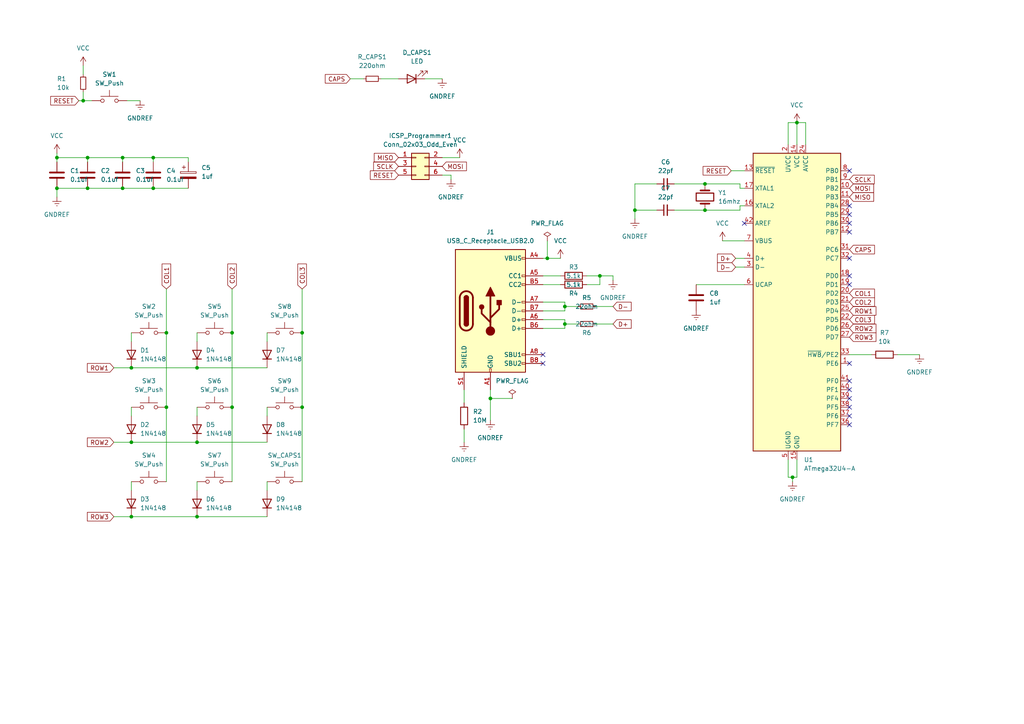
<source format=kicad_sch>
(kicad_sch (version 20211123) (generator eeschema)
  (paper "A4")
  (lib_symbols
    (symbol "Connector:USB_C_Receptacle_USB2.0" (pin_names (offset 1.016))
      (property "Reference" "J" (at -10.16 19.05 0))
      (property "Value" "USB_C_Receptacle_USB2.0" (at 19.05 19.05 0))
      (symbol "USB_C_Receptacle_USB2.0_0_0"
        (rectangle (start -0.254 -17.78) (end 0.254 -16.764))
        (rectangle (start 10.16 -14.986) (end 9.144 -15.494))
        (rectangle (start 10.16 -12.446) (end 9.144 -12.954))
        (rectangle (start 10.16 -4.826) (end 9.144 -5.334))
        (rectangle (start 10.16 -2.286) (end 9.144 -2.794))
        (rectangle (start 10.16 0.254) (end 9.144 -0.254))
        (rectangle (start 10.16 2.794) (end 9.144 2.286))
        (rectangle (start 10.16 7.874) (end 9.144 7.366))
        (rectangle (start 10.16 10.414) (end 9.144 9.906))
        (rectangle (start 10.16 15.494) (end 9.144 14.986))
      )
      (symbol "USB_C_Receptacle_USB2.0_0_1"
        (rectangle (start -10.16 17.78) (end 10.16 -17.78) (stroke (width 0.254)) (fill (type background)))
        (arc (start -8.89 -3.81) (mid -6.985 -5.715) (end -5.08 -3.81) (stroke (width 0.508)))
        (arc (start -7.62 -3.81) (mid -6.985 -4.445) (end -6.35 -3.81) (stroke (width 0.254)))
        (arc (start -7.62 -3.81) (mid -6.985 -4.445) (end -6.35 -3.81) (stroke (width 0.254)) (fill (type outline)))
        (rectangle (start -7.62 -3.81) (end -6.35 3.81) (stroke (width 0.254)) (fill (type outline)))
        (arc (start -6.35 3.81) (mid -6.985 4.445) (end -7.62 3.81) (stroke (width 0.254)))
        (arc (start -6.35 3.81) (mid -6.985 4.445) (end -7.62 3.81) (stroke (width 0.254)) (fill (type outline)))
        (arc (start -5.08 3.81) (mid -6.985 5.715) (end -8.89 3.81) (stroke (width 0.508)))
        (circle (center -2.54 1.143) (radius 0.635) (stroke (width 0.254)) (fill (type outline)))
        (circle (center 0 -5.842) (radius 1.27) (fill (type outline)))
        (polyline (pts (xy -8.89 -3.81) (xy -8.89 3.81)) (stroke (width 0.508)))
        (polyline (pts (xy -5.08 3.81) (xy -5.08 -3.81)) (stroke (width 0.508)))
        (polyline (pts (xy 0 -5.842) (xy 0 4.318)) (stroke (width 0.508)))
        (polyline (pts (xy 0 -3.302) (xy -2.54 -0.762) (xy -2.54 0.508)) (stroke (width 0.508)))
        (polyline (pts (xy 0 -2.032) (xy 2.54 0.508) (xy 2.54 1.778)) (stroke (width 0.508)))
        (polyline (pts (xy -1.27 4.318) (xy 0 6.858) (xy 1.27 4.318) (xy -1.27 4.318)) (stroke (width 0.254)) (fill (type outline)))
        (rectangle (start 1.905 1.778) (end 3.175 3.048) (stroke (width 0.254)) (fill (type outline)))
      )
      (symbol "USB_C_Receptacle_USB2.0_1_1"
        (pin passive line (at 0 -22.86 90) (length 5.08) (name "GND") (number "A1"))
        (pin passive line (at 0 -22.86 90) (length 5.08) hide (name "GND") (number "A12"))
        (pin passive line (at 15.24 15.24 180) (length 5.08) (name "VBUS") (number "A4"))
        (pin bidirectional line (at 15.24 10.16 180) (length 5.08) (name "CC1") (number "A5"))
        (pin bidirectional line (at 15.24 -2.54 180) (length 5.08) (name "D+") (number "A6"))
        (pin bidirectional line (at 15.24 2.54 180) (length 5.08) (name "D-") (number "A7"))
        (pin bidirectional line (at 15.24 -12.7 180) (length 5.08) (name "SBU1") (number "A8"))
        (pin passive line (at 15.24 15.24 180) (length 5.08) hide (name "VBUS") (number "A9"))
        (pin passive line (at 0 -22.86 90) (length 5.08) hide (name "GND") (number "B1"))
        (pin passive line (at 0 -22.86 90) (length 5.08) hide (name "GND") (number "B12"))
        (pin passive line (at 15.24 15.24 180) (length 5.08) hide (name "VBUS") (number "B4"))
        (pin bidirectional line (at 15.24 7.62 180) (length 5.08) (name "CC2") (number "B5"))
        (pin bidirectional line (at 15.24 -5.08 180) (length 5.08) (name "D+") (number "B6"))
        (pin bidirectional line (at 15.24 0 180) (length 5.08) (name "D-") (number "B7"))
        (pin bidirectional line (at 15.24 -15.24 180) (length 5.08) (name "SBU2") (number "B8"))
        (pin passive line (at 15.24 15.24 180) (length 5.08) hide (name "VBUS") (number "B9"))
        (pin passive line (at -7.62 -22.86 90) (length 5.08) (name "SHIELD") (number "S1"))
      )
    )
    (symbol "Connector_Generic:Conn_02x03_Odd_Even" (pin_names (offset 1.016) hide)
      (property "Reference" "J" (at 1.27 5.08 0))
      (property "Value" "Conn_02x03_Odd_Even" (at 1.27 -5.08 0))
      (symbol "Conn_02x03_Odd_Even_1_1"
        (rectangle (start -1.27 -2.413) (end 0 -2.667) (stroke (width 0.1524)))
        (rectangle (start -1.27 0.127) (end 0 -0.127) (stroke (width 0.1524)))
        (rectangle (start -1.27 2.667) (end 0 2.413) (stroke (width 0.1524)))
        (rectangle (start -1.27 3.81) (end 3.81 -3.81) (stroke (width 0.254)) (fill (type background)))
        (rectangle (start 3.81 -2.413) (end 2.54 -2.667) (stroke (width 0.1524)))
        (rectangle (start 3.81 0.127) (end 2.54 -0.127) (stroke (width 0.1524)))
        (rectangle (start 3.81 2.667) (end 2.54 2.413) (stroke (width 0.1524)))
        (pin passive line (at -5.08 2.54 0) (length 3.81) (name "Pin_1") (number "1"))
        (pin passive line (at 7.62 2.54 180) (length 3.81) (name "Pin_2") (number "2"))
        (pin passive line (at -5.08 0 0) (length 3.81) (name "Pin_3") (number "3"))
        (pin passive line (at 7.62 0 180) (length 3.81) (name "Pin_4") (number "4"))
        (pin passive line (at -5.08 -2.54 0) (length 3.81) (name "Pin_5") (number "5"))
        (pin passive line (at 7.62 -2.54 180) (length 3.81) (name "Pin_6") (number "6"))
      )
    )
    (symbol "Device:C" (pin_numbers hide) (pin_names (offset 0.254))
      (property "Reference" "C" (at 0.635 2.54 0))
      (property "Value" "C" (at 0.635 -2.54 0))
      (symbol "C_0_1"
        (polyline (pts (xy -2.032 -0.762) (xy 2.032 -0.762)) (stroke (width 0.508)))
        (polyline (pts (xy -2.032 0.762) (xy 2.032 0.762)) (stroke (width 0.508)))
      )
      (symbol "C_1_1"
        (pin passive line (at 0 3.81 270) (length 2.794) (name "~") (number "1"))
        (pin passive line (at 0 -3.81 90) (length 2.794) (name "~") (number "2"))
      )
    )
    (symbol "Device:C_Polarized" (pin_numbers hide) (pin_names (offset 0.254))
      (property "Reference" "C" (at 0.635 2.54 0))
      (property "Value" "C_Polarized" (at 0.635 -2.54 0))
      (symbol "C_Polarized_0_1"
        (rectangle (start -2.286 0.508) (end 2.286 1.016))
        (polyline (pts (xy -1.778 2.286) (xy -0.762 2.286)))
        (polyline (pts (xy -1.27 2.794) (xy -1.27 1.778)))
        (rectangle (start 2.286 -0.508) (end -2.286 -1.016) (fill (type outline)))
      )
      (symbol "C_Polarized_1_1"
        (pin passive line (at 0 3.81 270) (length 2.794) (name "~") (number "1"))
        (pin passive line (at 0 -3.81 90) (length 2.794) (name "~") (number "2"))
      )
    )
    (symbol "Device:C_Small" (pin_numbers hide) (pin_names (offset 0.254) hide)
      (property "Reference" "C" (at 0.254 1.778 0))
      (property "Value" "C_Small" (at 0.254 -2.032 0))
      (symbol "C_Small_0_1"
        (polyline (pts (xy -1.524 -0.508) (xy 1.524 -0.508)) (stroke (width 0.3302)))
        (polyline (pts (xy -1.524 0.508) (xy 1.524 0.508)) (stroke (width 0.3048)))
      )
      (symbol "C_Small_1_1"
        (pin passive line (at 0 2.54 270) (length 2.032) (name "~") (number "1"))
        (pin passive line (at 0 -2.54 90) (length 2.032) (name "~") (number "2"))
      )
    )
    (symbol "Device:Crystal" (pin_numbers hide) (pin_names (offset 1.016) hide)
      (property "Reference" "Y" (at 0 3.81 0))
      (property "Value" "Crystal" (at 0 -3.81 0))
      (symbol "Crystal_0_1"
        (rectangle (start -1.143 2.54) (end 1.143 -2.54) (stroke (width 0.3048)))
        (polyline (pts (xy -2.54 0) (xy -1.905 0)))
        (polyline (pts (xy -1.905 -1.27) (xy -1.905 1.27)) (stroke (width 0.508)))
        (polyline (pts (xy 1.905 -1.27) (xy 1.905 1.27)) (stroke (width 0.508)))
        (polyline (pts (xy 2.54 0) (xy 1.905 0)))
      )
      (symbol "Crystal_1_1"
        (pin passive line (at -3.81 0 0) (length 1.27) (name "1") (number "1"))
        (pin passive line (at 3.81 0 180) (length 1.27) (name "2") (number "2"))
      )
    )
    (symbol "Device:LED" (pin_numbers hide) (pin_names (offset 1.016) hide)
      (property "Reference" "D" (at 0 2.54 0))
      (property "Value" "LED" (at 0 -2.54 0))
      (symbol "LED_0_1"
        (polyline (pts (xy -1.27 -1.27) (xy -1.27 1.27)) (stroke (width 0.254)))
        (polyline (pts (xy -1.27 0) (xy 1.27 0)))
        (polyline (pts (xy 1.27 -1.27) (xy 1.27 1.27) (xy -1.27 0) (xy 1.27 -1.27)) (stroke (width 0.254)))
        (polyline (pts (xy -3.048 -0.762) (xy -4.572 -2.286) (xy -3.81 -2.286) (xy -4.572 -2.286) (xy -4.572 -1.524)))
        (polyline (pts (xy -1.778 -0.762) (xy -3.302 -2.286) (xy -2.54 -2.286) (xy -3.302 -2.286) (xy -3.302 -1.524)))
      )
      (symbol "LED_1_1"
        (pin passive line (at -3.81 0 0) (length 2.54) (name "K") (number "1"))
        (pin passive line (at 3.81 0 180) (length 2.54) (name "A") (number "2"))
      )
    )
    (symbol "Device:R" (pin_numbers hide) (pin_names (offset 0))
      (property "Reference" "R" (at 2.032 0 90))
      (property "Value" "R" (at 0 0 90))
      (symbol "R_0_1"
        (rectangle (start -1.016 -2.54) (end 1.016 2.54) (stroke (width 0.254)))
      )
      (symbol "R_1_1"
        (pin passive line (at 0 3.81 270) (length 1.27) (name "~") (number "1"))
        (pin passive line (at 0 -3.81 90) (length 1.27) (name "~") (number "2"))
      )
    )
    (symbol "Device:R_Small" (pin_numbers hide) (pin_names (offset 0.254) hide)
      (property "Reference" "R" (at 0.762 0.508 0))
      (property "Value" "R_Small" (at 0.762 -1.016 0))
      (symbol "R_Small_0_1"
        (rectangle (start -0.762 1.778) (end 0.762 -1.778) (stroke (width 0.2032)))
      )
      (symbol "R_Small_1_1"
        (pin passive line (at 0 2.54 270) (length 0.762) (name "~") (number "1"))
        (pin passive line (at 0 -2.54 90) (length 0.762) (name "~") (number "2"))
      )
    )
    (symbol "Diode:1N4148" (pin_numbers hide) (pin_names (offset 1.016) hide)
      (property "Reference" "D" (at 0 2.54 0))
      (property "Value" "1N4148" (at 0 -2.54 0))
      (symbol "1N4148_0_1"
        (polyline (pts (xy -1.27 1.27) (xy -1.27 -1.27)) (stroke (width 0.254)))
        (polyline (pts (xy 1.27 0) (xy -1.27 0)))
        (polyline (pts (xy 1.27 1.27) (xy 1.27 -1.27) (xy -1.27 0) (xy 1.27 1.27)) (stroke (width 0.254)))
      )
      (symbol "1N4148_1_1"
        (pin passive line (at -3.81 0 0) (length 2.54) (name "K") (number "1"))
        (pin passive line (at 3.81 0 180) (length 2.54) (name "A") (number "2"))
      )
    )
    (symbol "MCU_Microchip_ATmega:ATmega32U4-A"
      (property "Reference" "U" (at -12.7 44.45 0))
      (property "Value" "ATmega32U4-A" (at 2.54 -44.45 0))
      (symbol "ATmega32U4-A_0_1"
        (rectangle (start -12.7 -43.18) (end 12.7 43.18) (stroke (width 0.254)) (fill (type background)))
      )
      (symbol "ATmega32U4-A_1_1"
        (pin bidirectional line (at 15.24 -17.78 180) (length 2.54) (name "PE6") (number "1"))
        (pin bidirectional line (at 15.24 33.02 180) (length 2.54) (name "PB2") (number "10"))
        (pin bidirectional line (at 15.24 30.48 180) (length 2.54) (name "PB3") (number "11"))
        (pin bidirectional line (at 15.24 20.32 180) (length 2.54) (name "PB7") (number "12"))
        (pin input line (at -15.24 38.1 0) (length 2.54) (name "~{RESET}") (number "13"))
        (pin power_in line (at 0 45.72 270) (length 2.54) (name "VCC") (number "14"))
        (pin power_in line (at 0 -45.72 90) (length 2.54) (name "GND") (number "15"))
        (pin output line (at -15.24 27.94 0) (length 2.54) (name "XTAL2") (number "16"))
        (pin input line (at -15.24 33.02 0) (length 2.54) (name "XTAL1") (number "17"))
        (pin bidirectional line (at 15.24 7.62 180) (length 2.54) (name "PD0") (number "18"))
        (pin bidirectional line (at 15.24 5.08 180) (length 2.54) (name "PD1") (number "19"))
        (pin power_in line (at -2.54 45.72 270) (length 2.54) (name "UVCC") (number "2"))
        (pin bidirectional line (at 15.24 2.54 180) (length 2.54) (name "PD2") (number "20"))
        (pin bidirectional line (at 15.24 0 180) (length 2.54) (name "PD3") (number "21"))
        (pin bidirectional line (at 15.24 -5.08 180) (length 2.54) (name "PD5") (number "22"))
        (pin passive line (at 0 -45.72 90) (length 2.54) hide (name "GND") (number "23"))
        (pin power_in line (at 2.54 45.72 270) (length 2.54) (name "AVCC") (number "24"))
        (pin bidirectional line (at 15.24 -2.54 180) (length 2.54) (name "PD4") (number "25"))
        (pin bidirectional line (at 15.24 -7.62 180) (length 2.54) (name "PD6") (number "26"))
        (pin bidirectional line (at 15.24 -10.16 180) (length 2.54) (name "PD7") (number "27"))
        (pin bidirectional line (at 15.24 27.94 180) (length 2.54) (name "PB4") (number "28"))
        (pin bidirectional line (at 15.24 25.4 180) (length 2.54) (name "PB5") (number "29"))
        (pin bidirectional line (at -15.24 10.16 0) (length 2.54) (name "D-") (number "3"))
        (pin bidirectional line (at 15.24 22.86 180) (length 2.54) (name "PB6") (number "30"))
        (pin bidirectional line (at 15.24 15.24 180) (length 2.54) (name "PC6") (number "31"))
        (pin bidirectional line (at 15.24 12.7 180) (length 2.54) (name "PC7") (number "32"))
        (pin bidirectional line (at 15.24 -15.24 180) (length 2.54) (name "~{HWB}/PE2") (number "33"))
        (pin passive line (at 0 45.72 270) (length 2.54) hide (name "VCC") (number "34"))
        (pin passive line (at 0 -45.72 90) (length 2.54) hide (name "GND") (number "35"))
        (pin bidirectional line (at 15.24 -35.56 180) (length 2.54) (name "PF7") (number "36"))
        (pin bidirectional line (at 15.24 -33.02 180) (length 2.54) (name "PF6") (number "37"))
        (pin bidirectional line (at 15.24 -30.48 180) (length 2.54) (name "PF5") (number "38"))
        (pin bidirectional line (at 15.24 -27.94 180) (length 2.54) (name "PF4") (number "39"))
        (pin bidirectional line (at -15.24 12.7 0) (length 2.54) (name "D+") (number "4"))
        (pin bidirectional line (at 15.24 -25.4 180) (length 2.54) (name "PF1") (number "40"))
        (pin bidirectional line (at 15.24 -22.86 180) (length 2.54) (name "PF0") (number "41"))
        (pin passive line (at -15.24 22.86 0) (length 2.54) (name "AREF") (number "42"))
        (pin passive line (at 0 -45.72 90) (length 2.54) hide (name "GND") (number "43"))
        (pin passive line (at 2.54 45.72 270) (length 2.54) hide (name "AVCC") (number "44"))
        (pin passive line (at -2.54 -45.72 90) (length 2.54) (name "UGND") (number "5"))
        (pin passive line (at -15.24 5.08 0) (length 2.54) (name "UCAP") (number "6"))
        (pin input line (at -15.24 17.78 0) (length 2.54) (name "VBUS") (number "7"))
        (pin bidirectional line (at 15.24 38.1 180) (length 2.54) (name "PB0") (number "8"))
        (pin bidirectional line (at 15.24 35.56 180) (length 2.54) (name "PB1") (number "9"))
      )
    )
    (symbol "Switch:SW_Push" (pin_numbers hide) (pin_names (offset 1.016) hide)
      (property "Reference" "SW" (at 1.27 2.54 0))
      (property "Value" "SW_Push" (at 0 -1.524 0))
      (symbol "SW_Push_0_1"
        (circle (center -2.032 0) (radius 0.508))
        (polyline (pts (xy 0 1.27) (xy 0 3.048)))
        (polyline (pts (xy 2.54 1.27) (xy -2.54 1.27)))
        (circle (center 2.032 0) (radius 0.508))
        (pin passive line (at -5.08 0 0) (length 2.54) (name "1") (number "1"))
        (pin passive line (at 5.08 0 180) (length 2.54) (name "2") (number "2"))
      )
    )
    (symbol "power:GNDREF" (power) (pin_names (offset 0))
      (property "Value" "GNDREF" (at 0 -3.81 0))
      (symbol "GNDREF_0_1"
        (polyline (pts (xy -0.635 -1.905) (xy 0.635 -1.905)))
        (polyline (pts (xy -0.127 -2.54) (xy 0.127 -2.54)))
        (polyline (pts (xy 0 -1.27) (xy 0 0)))
        (polyline (pts (xy 1.27 -1.27) (xy -1.27 -1.27)))
      )
      (symbol "GNDREF_1_1"
        (pin power_in line (at 0 0 270) (length 0) hide (name "GNDREF") (number "1"))
      )
    )
    (symbol "power:PWR_FLAG" (power) (pin_numbers hide) (pin_names (offset 0) hide)
      (property "Value" "PWR_FLAG" (at 0 3.81 0))
      (symbol "PWR_FLAG_0_0"
        (pin power_out line (at 0 0 90) (length 0) (name "pwr") (number "1"))
      )
      (symbol "PWR_FLAG_0_1"
        (polyline (pts (xy 0 0) (xy 0 1.27) (xy -1.016 1.905) (xy 0 2.54) (xy 1.016 1.905) (xy 0 1.27)))
      )
    )
    (symbol "power:VCC" (power) (pin_names (offset 0))
      (property "Value" "VCC" (at 0 3.81 0))
      (symbol "VCC_0_1"
        (polyline (pts (xy -0.762 1.27) (xy 0 2.54)))
        (polyline (pts (xy 0 0) (xy 0 2.54)))
        (polyline (pts (xy 0 2.54) (xy 0.762 1.27)))
      )
      (symbol "VCC_1_1"
        (pin power_in line (at 0 0 90) (length 0) hide (name "VCC") (number "1"))
      )
    )
  )
  (junction (at 163.83 93.98))
  (junction (at 87.63 96.52))
  (junction (at 67.31 96.52))
  (junction (at 25.4 45.72))
  (junction (at 204.47 53.34))
  (junction (at 48.26 118.11))
  (junction (at 57.15 128.27))
  (junction (at 44.45 54.61))
  (junction (at 16.51 54.61))
  (junction (at 57.15 106.68))
  (junction (at 184.15 60.96))
  (junction (at 173.99 80.01))
  (junction (at 25.4 54.61))
  (junction (at 87.63 118.11))
  (junction (at 163.83 88.9))
  (junction (at 229.87 138.43))
  (junction (at 142.24 115.57))
  (junction (at 38.1 149.86))
  (junction (at 231.14 35.56))
  (junction (at 57.15 149.86))
  (junction (at 35.56 45.72))
  (junction (at 38.1 128.27))
  (junction (at 44.45 45.72))
  (junction (at 67.31 118.11))
  (junction (at 24.13 29.21))
  (junction (at 204.47 60.96))
  (junction (at 38.1 106.68))
  (junction (at 16.51 45.72))
  (junction (at 158.75 74.93))
  (junction (at 48.26 96.52))
  (junction (at 35.56 54.61))
  (no_connect (at 157.48 102.87))
  (no_connect (at 157.48 105.41))
  (no_connect (at 215.9 64.77))
  (no_connect (at 246.38 82.55))
  (no_connect (at 246.38 80.01))
  (no_connect (at 246.38 74.93))
  (no_connect (at 246.38 59.69))
  (no_connect (at 246.38 120.65))
  (no_connect (at 246.38 123.19))
  (no_connect (at 246.38 118.11))
  (no_connect (at 246.38 110.49))
  (no_connect (at 246.38 113.03))
  (no_connect (at 246.38 115.57))
  (no_connect (at 246.38 62.23))
  (no_connect (at 246.38 64.77))
  (no_connect (at 246.38 67.31))
  (no_connect (at 246.38 105.41))
  (no_connect (at 246.38 49.53))
  (wire (pts (xy 130.81 50.8) (xy 130.81 52.07)))
  (wire (pts (xy 24.13 19.05) (xy 24.13 21.59)))
  (wire (pts (xy 228.6 41.91) (xy 228.6 35.56)))
  (wire (pts (xy 35.56 45.72) (xy 44.45 45.72)))
  (wire (pts (xy 158.75 74.93) (xy 162.56 74.93)))
  (wire (pts (xy 172.72 88.9) (xy 177.8 88.9)))
  (wire (pts (xy 38.1 128.27) (xy 57.15 128.27)))
  (wire (pts (xy 25.4 45.72) (xy 25.4 46.99)))
  (wire (pts (xy 177.8 80.01) (xy 177.8 81.28)))
  (wire (pts (xy 158.75 69.85) (xy 158.75 74.93)))
  (wire (pts (xy 215.9 54.61) (xy 214.63 54.61)))
  (wire (pts (xy 77.47 139.7) (xy 77.47 142.24)))
  (wire (pts (xy 77.47 96.52) (xy 77.47 99.06)))
  (wire (pts (xy 142.24 113.03) (xy 142.24 115.57)))
  (wire (pts (xy 123.19 22.86) (xy 128.27 22.86)))
  (wire (pts (xy 36.83 29.21) (xy 40.64 29.21)))
  (wire (pts (xy 57.15 139.7) (xy 57.15 142.24)))
  (wire (pts (xy 231.14 138.43) (xy 229.87 138.43)))
  (wire (pts (xy 184.15 60.96) (xy 184.15 63.5)))
  (wire (pts (xy 163.83 93.98) (xy 167.64 93.98)))
  (wire (pts (xy 44.45 45.72) (xy 54.61 45.72)))
  (wire (pts (xy 214.63 59.69) (xy 214.63 60.96)))
  (wire (pts (xy 212.09 49.53) (xy 215.9 49.53)))
  (wire (pts (xy 170.18 80.01) (xy 173.99 80.01)))
  (wire (pts (xy 260.35 102.87) (xy 266.7 102.87)))
  (wire (pts (xy 213.36 77.47) (xy 215.9 77.47)))
  (wire (pts (xy 157.48 80.01) (xy 162.56 80.01)))
  (wire (pts (xy 22.86 29.21) (xy 24.13 29.21)))
  (wire (pts (xy 172.72 93.98) (xy 177.8 93.98)))
  (wire (pts (xy 163.83 92.71) (xy 163.83 93.98)))
  (wire (pts (xy 215.9 59.69) (xy 214.63 59.69)))
  (wire (pts (xy 38.1 149.86) (xy 57.15 149.86)))
  (wire (pts (xy 87.63 83.82) (xy 87.63 96.52)))
  (wire (pts (xy 228.6 138.43) (xy 229.87 138.43)))
  (wire (pts (xy 184.15 60.96) (xy 190.5 60.96)))
  (wire (pts (xy 25.4 45.72) (xy 35.56 45.72)))
  (wire (pts (xy 110.49 22.86) (xy 115.57 22.86)))
  (wire (pts (xy 25.4 54.61) (xy 35.56 54.61)))
  (wire (pts (xy 170.18 82.55) (xy 173.99 82.55)))
  (wire (pts (xy 48.26 96.52) (xy 48.26 118.11)))
  (wire (pts (xy 190.5 53.34) (xy 184.15 53.34)))
  (wire (pts (xy 157.48 87.63) (xy 163.83 87.63)))
  (wire (pts (xy 157.48 92.71) (xy 163.83 92.71)))
  (wire (pts (xy 229.87 138.43) (xy 229.87 139.7)))
  (wire (pts (xy 163.83 95.25) (xy 163.83 93.98)))
  (wire (pts (xy 57.15 106.68) (xy 77.47 106.68)))
  (wire (pts (xy 228.6 133.35) (xy 228.6 138.43)))
  (wire (pts (xy 173.99 80.01) (xy 177.8 80.01)))
  (wire (pts (xy 231.14 35.56) (xy 231.14 41.91)))
  (wire (pts (xy 16.51 45.72) (xy 25.4 45.72)))
  (wire (pts (xy 33.02 149.86) (xy 38.1 149.86)))
  (wire (pts (xy 33.02 128.27) (xy 38.1 128.27)))
  (wire (pts (xy 128.27 50.8) (xy 130.81 50.8)))
  (wire (pts (xy 233.68 35.56) (xy 231.14 35.56)))
  (wire (pts (xy 134.62 113.03) (xy 134.62 116.84)))
  (wire (pts (xy 35.56 45.72) (xy 35.56 46.99)))
  (wire (pts (xy 163.83 90.17) (xy 163.83 88.9)))
  (wire (pts (xy 128.27 45.72) (xy 133.35 45.72)))
  (wire (pts (xy 246.38 102.87) (xy 252.73 102.87)))
  (wire (pts (xy 142.24 115.57) (xy 148.59 115.57)))
  (wire (pts (xy 214.63 60.96) (xy 204.47 60.96)))
  (wire (pts (xy 213.36 74.93) (xy 215.9 74.93)))
  (wire (pts (xy 157.48 74.93) (xy 158.75 74.93)))
  (wire (pts (xy 214.63 53.34) (xy 204.47 53.34)))
  (wire (pts (xy 67.31 118.11) (xy 67.31 139.7)))
  (wire (pts (xy 101.6 22.86) (xy 105.41 22.86)))
  (wire (pts (xy 184.15 53.34) (xy 184.15 60.96)))
  (wire (pts (xy 38.1 96.52) (xy 38.1 99.06)))
  (wire (pts (xy 228.6 35.56) (xy 231.14 35.56)))
  (wire (pts (xy 157.48 95.25) (xy 163.83 95.25)))
  (wire (pts (xy 195.58 60.96) (xy 204.47 60.96)))
  (wire (pts (xy 38.1 106.68) (xy 57.15 106.68)))
  (wire (pts (xy 67.31 83.82) (xy 67.31 96.52)))
  (wire (pts (xy 142.24 115.57) (xy 142.24 121.92)))
  (wire (pts (xy 87.63 96.52) (xy 87.63 118.11)))
  (wire (pts (xy 201.93 82.55) (xy 215.9 82.55)))
  (wire (pts (xy 57.15 96.52) (xy 57.15 99.06)))
  (wire (pts (xy 57.15 118.11) (xy 57.15 120.65)))
  (wire (pts (xy 163.83 87.63) (xy 163.83 88.9)))
  (wire (pts (xy 33.02 106.68) (xy 38.1 106.68)))
  (wire (pts (xy 209.55 69.85) (xy 215.9 69.85)))
  (wire (pts (xy 231.14 133.35) (xy 231.14 138.43)))
  (wire (pts (xy 16.51 45.72) (xy 16.51 46.99)))
  (wire (pts (xy 157.48 82.55) (xy 162.56 82.55)))
  (wire (pts (xy 214.63 54.61) (xy 214.63 53.34)))
  (wire (pts (xy 48.26 83.82) (xy 48.26 96.52)))
  (wire (pts (xy 67.31 96.52) (xy 67.31 118.11)))
  (wire (pts (xy 87.63 118.11) (xy 87.63 139.7)))
  (wire (pts (xy 24.13 26.67) (xy 24.13 29.21)))
  (wire (pts (xy 44.45 45.72) (xy 44.45 46.99)))
  (wire (pts (xy 77.47 118.11) (xy 77.47 120.65)))
  (wire (pts (xy 134.62 124.46) (xy 134.62 128.27)))
  (wire (pts (xy 38.1 118.11) (xy 38.1 120.65)))
  (wire (pts (xy 163.83 88.9) (xy 167.64 88.9)))
  (wire (pts (xy 54.61 45.72) (xy 54.61 46.99)))
  (wire (pts (xy 24.13 29.21) (xy 26.67 29.21)))
  (wire (pts (xy 16.51 54.61) (xy 25.4 54.61)))
  (wire (pts (xy 173.99 82.55) (xy 173.99 80.01)))
  (wire (pts (xy 57.15 128.27) (xy 77.47 128.27)))
  (wire (pts (xy 38.1 139.7) (xy 38.1 142.24)))
  (wire (pts (xy 57.15 149.86) (xy 77.47 149.86)))
  (wire (pts (xy 16.51 44.45) (xy 16.51 45.72)))
  (wire (pts (xy 157.48 90.17) (xy 163.83 90.17)))
  (wire (pts (xy 35.56 54.61) (xy 44.45 54.61)))
  (wire (pts (xy 16.51 54.61) (xy 16.51 57.15)))
  (wire (pts (xy 44.45 54.61) (xy 54.61 54.61)))
  (wire (pts (xy 195.58 53.34) (xy 204.47 53.34)))
  (wire (pts (xy 233.68 41.91) (xy 233.68 35.56)))
  (wire (pts (xy 48.26 118.11) (xy 48.26 139.7)))
  (global_label "RESET" (shape input) (at 212.09 49.53 180) (property "Intersheet References" "${INTERSHEET_REFS}" (effects hide)))
  (global_label "SCLK" (shape input) (at 115.57 48.26 180) (property "Intersheet References" "${INTERSHEET_REFS}" (effects hide)))
  (global_label "COL3" (shape input) (at 246.38 92.71 0) (property "Intersheet References" "${INTERSHEET_REFS}" (effects hide)))
  (global_label "CAPS" (shape input) (at 246.38 72.39 0) (property "Intersheet References" "${INTERSHEET_REFS}" (effects hide)))
  (global_label "D-" (shape input) (at 177.8 88.9 0) (property "Intersheet References" "${INTERSHEET_REFS}" (effects hide)))
  (global_label "ROW2" (shape input) (at 246.38 95.25 0) (property "Intersheet References" "${INTERSHEET_REFS}" (effects hide)))
  (global_label "COL1" (shape input) (at 246.38 85.09 0) (property "Intersheet References" "${INTERSHEET_REFS}" (effects hide)))
  (global_label "RESET" (shape input) (at 115.57 50.8 180) (property "Intersheet References" "${INTERSHEET_REFS}" (effects hide)))
  (global_label "D-" (shape input) (at 213.36 77.47 180) (property "Intersheet References" "${INTERSHEET_REFS}" (effects hide)))
  (global_label "ROW2" (shape input) (at 33.02 128.27 180) (property "Intersheet References" "${INTERSHEET_REFS}" (effects hide)))
  (global_label "COL3" (shape input) (at 87.63 83.82 90) (property "Intersheet References" "${INTERSHEET_REFS}" (effects hide)))
  (global_label "MOSI" (shape input) (at 128.27 48.26 0) (property "Intersheet References" "${INTERSHEET_REFS}" (effects hide)))
  (global_label "CAPS" (shape input) (at 101.6 22.86 180) (property "Intersheet References" "${INTERSHEET_REFS}" (effects hide)))
  (global_label "SCLK" (shape input) (at 246.38 52.07 0) (property "Intersheet References" "${INTERSHEET_REFS}" (effects hide)))
  (global_label "ROW1" (shape input) (at 33.02 106.68 180) (property "Intersheet References" "${INTERSHEET_REFS}" (effects hide)))
  (global_label "D+" (shape input) (at 177.8 93.98 0) (property "Intersheet References" "${INTERSHEET_REFS}" (effects hide)))
  (global_label "COL1" (shape input) (at 48.26 83.82 90) (property "Intersheet References" "${INTERSHEET_REFS}" (effects hide)))
  (global_label "COL2" (shape input) (at 246.38 87.63 0) (property "Intersheet References" "${INTERSHEET_REFS}" (effects hide)))
  (global_label "ROW1" (shape input) (at 246.38 90.17 0) (property "Intersheet References" "${INTERSHEET_REFS}" (effects hide)))
  (global_label "ROW3" (shape input) (at 246.38 97.79 0) (property "Intersheet References" "${INTERSHEET_REFS}" (effects hide)))
  (global_label "MISO" (shape input) (at 115.57 45.72 180) (property "Intersheet References" "${INTERSHEET_REFS}" (effects hide)))
  (global_label "MOSI" (shape input) (at 246.38 54.61 0) (property "Intersheet References" "${INTERSHEET_REFS}" (effects hide)))
  (global_label "MISO" (shape input) (at 246.38 57.15 0) (property "Intersheet References" "${INTERSHEET_REFS}" (effects hide)))
  (global_label "COL2" (shape input) (at 67.31 83.82 90) (property "Intersheet References" "${INTERSHEET_REFS}" (effects hide)))
  (global_label "RESET" (shape input) (at 22.86 29.21 180) (property "Intersheet References" "${INTERSHEET_REFS}" (effects hide)))
  (global_label "D+" (shape input) (at 213.36 74.93 180) (property "Intersheet References" "${INTERSHEET_REFS}" (effects hide)))
  (global_label "ROW3" (shape input) (at 33.02 149.86 180) (property "Intersheet References" "${INTERSHEET_REFS}" (effects hide)))
  (symbol (lib_id "Switch:SW_Push") (at 82.55 96.52 0) (unit 1)
    (property "Reference" "SW8" (at 82.55 88.9 0))
    (property "Value" "SW_Push" (at 82.55 91.44 0))
    (property "Footprint" "Button_Switch_THT:SW_PUSH_6mm" (effects hide))
  )
  (symbol (lib_id "power:VCC") (at 209.55 69.85 0) (unit 1)
    (property "Reference" "#PWR011" (effects hide))
    (property "Value" "VCC" (at 209.55 64.77 0))
  )
  (symbol (lib_id "MCU_Microchip_ATmega:ATmega32U4-A") (at 231.14 87.63 0) (unit 1)
    (property "Reference" "U1" (at 233.1594 133.35 0) (effects (justify left)))
    (property "Value" "ATmega32U4-A" (at 233.1594 135.89 0) (effects (justify left)))
    (property "Footprint" "Package_QFP:TQFP-44_10x10mm_P0.8mm" (effects hide))
    (property "Datasheet" "http://ww1.microchip.com/downloads/en/DeviceDoc/Atmel-7766-8-bit-AVR-ATmega16U4-32U4_Datasheet.pdf" (effects hide))
  )
  (symbol (lib_id "Device:C") (at 25.4 50.8 0) (unit 1)
    (property "Reference" "C2" (at 29.21 49.5299 0) (effects (justify left)))
    (property "Value" "0.1uf" (at 29.21 52.0699 0) (effects (justify left)))
    (property "Footprint" "Capacitor_THT:C_Disc_D3.0mm_W1.6mm_P2.50mm" (effects hide))
  )
  (symbol (lib_id "Switch:SW_Push") (at 82.55 139.7 0) (unit 1)
    (property "Reference" "SW_CAPS1" (at 82.55 132.08 0))
    (property "Value" "SW_Push" (at 82.55 134.62 0))
    (property "Footprint" "Button_Switch_THT:SW_PUSH_6mm" (effects hide))
  )
  (symbol (lib_id "Device:R_Small") (at 107.95 22.86 90) (unit 1)
    (property "Reference" "R_CAPS1" (at 107.95 16.51 90))
    (property "Value" "220ohm" (at 107.95 19.05 90))
    (property "Footprint" "Resistor_THT:R_Axial_DIN0204_L3.6mm_D1.6mm_P5.08mm_Horizontal" (effects hide))
  )
  (symbol (lib_id "Diode:1N4148") (at 57.15 124.46 90) (unit 1)
    (property "Reference" "D5" (at 59.69 123.1899 90) (effects (justify right)))
    (property "Value" "1N4148" (at 59.69 125.7299 90) (effects (justify right)))
    (property "Footprint" "Diode_THT:D_DO-35_SOD27_P7.62mm_Horizontal" (effects hide))
    (property "Datasheet" "https://assets.nexperia.com/documents/data-sheet/1N4148_1N4448.pdf" (effects hide))
  )
  (symbol (lib_id "Connector_Generic:Conn_02x03_Odd_Even") (at 120.65 48.26 0) (unit 1)
    (property "Reference" "ICSP_Programmer1" (at 121.92 39.37 0))
    (property "Value" "Conn_02x03_Odd_Even" (at 121.92 41.91 0))
    (property "Footprint" "Connector_PinHeader_2.00mm:PinHeader_2x03_P2.00mm_Vertical" (effects hide))
  )
  (symbol (lib_id "power:GNDREF") (at 16.51 57.15 0) (unit 1)
    (property "Reference" "#PWR02" (effects hide))
    (property "Value" "GNDREF" (at 16.51 62.23 0))
  )
  (symbol (lib_id "Diode:1N4148") (at 57.15 102.87 90) (unit 1)
    (property "Reference" "D4" (at 59.69 101.5999 90) (effects (justify right)))
    (property "Value" "1N4148" (at 59.69 104.1399 90) (effects (justify right)))
    (property "Footprint" "Diode_THT:D_DO-35_SOD27_P7.62mm_Horizontal" (effects hide))
    (property "Datasheet" "https://assets.nexperia.com/documents/data-sheet/1N4148_1N4448.pdf" (effects hide))
  )
  (symbol (lib_id "power:VCC") (at 133.35 45.72 0) (unit 1)
    (property "Reference" "#PWR017" (effects hide))
    (property "Value" "VCC" (at 133.35 40.64 0))
  )
  (symbol (lib_id "Diode:1N4148") (at 77.47 124.46 90) (unit 1)
    (property "Reference" "D8" (at 80.01 123.1899 90) (effects (justify right)))
    (property "Value" "1N4148" (at 80.01 125.7299 90) (effects (justify right)))
    (property "Footprint" "Diode_THT:D_DO-35_SOD27_P7.62mm_Horizontal" (effects hide))
    (property "Datasheet" "https://assets.nexperia.com/documents/data-sheet/1N4148_1N4448.pdf" (effects hide))
  )
  (symbol (lib_id "Diode:1N4148") (at 38.1 102.87 90) (unit 1)
    (property "Reference" "D1" (at 40.64 101.5999 90) (effects (justify right)))
    (property "Value" "1N4148" (at 40.64 104.1399 90) (effects (justify right)))
    (property "Footprint" "Diode_THT:D_DO-35_SOD27_P7.62mm_Horizontal" (effects hide))
    (property "Datasheet" "https://assets.nexperia.com/documents/data-sheet/1N4148_1N4448.pdf" (effects hide))
  )
  (symbol (lib_id "Connector:USB_C_Receptacle_USB2.0") (at 142.24 90.17 0) (unit 1)
    (property "Reference" "J1" (at 142.24 67.31 0))
    (property "Value" "USB_C_Receptacle_USB2.0" (at 142.24 69.85 0))
    (property "Footprint" "Connector_USB:USB_C_Receptacle_HRO_TYPE-C-31-M-12" (effects hide))
    (property "Datasheet" "https://www.usb.org/sites/default/files/documents/usb_type-c.zip" (effects hide))
  )
  (symbol (lib_id "power:GNDREF") (at 142.24 121.92 0) (unit 1)
    (property "Reference" "#PWR06" (effects hide))
    (property "Value" "GNDREF" (at 142.24 127 0))
  )
  (symbol (lib_id "Device:C") (at 201.93 86.36 0) (unit 1)
    (property "Reference" "C8" (at 205.74 85.0899 0) (effects (justify left)))
    (property "Value" "1uf" (at 205.74 87.6299 0) (effects (justify left)))
    (property "Footprint" "Capacitor_THT:CP_Radial_D4.0mm_P1.50mm" (effects hide))
  )
  (symbol (lib_id "Device:R") (at 166.37 82.55 90) (unit 1)
    (property "Reference" "R4" (at 166.37 85.09 90))
    (property "Value" "5.1k" (at 166.37 82.55 90))
    (property "Footprint" "Resistor_THT:R_Axial_DIN0204_L3.6mm_D1.6mm_P5.08mm_Horizontal" (effects hide))
  )
  (symbol (lib_id "Device:R") (at 134.62 120.65 0) (unit 1)
    (property "Reference" "R2" (at 137.16 119.3799 0) (effects (justify left)))
    (property "Value" "10M" (at 137.16 121.9199 0) (effects (justify left)))
    (property "Footprint" "Resistor_THT:R_Axial_DIN0204_L3.6mm_D1.6mm_P5.08mm_Horizontal" (effects hide))
  )
  (symbol (lib_id "power:GNDREF") (at 266.7 102.87 0) (unit 1)
    (property "Reference" "#PWR014" (effects hide))
    (property "Value" "GNDREF" (at 266.7 107.95 0))
  )
  (symbol (lib_id "Switch:SW_Push") (at 62.23 139.7 0) (unit 1)
    (property "Reference" "SW7" (at 62.23 132.08 0))
    (property "Value" "SW_Push" (at 62.23 134.62 0))
    (property "Footprint" "Button_Switch_THT:SW_PUSH_6mm" (effects hide))
  )
  (symbol (lib_id "Diode:1N4148") (at 38.1 124.46 90) (unit 1)
    (property "Reference" "D2" (at 40.64 123.1899 90) (effects (justify right)))
    (property "Value" "1N4148" (at 40.64 125.7299 90) (effects (justify right)))
    (property "Footprint" "Diode_THT:D_DO-35_SOD27_P7.62mm_Horizontal" (effects hide))
    (property "Datasheet" "https://assets.nexperia.com/documents/data-sheet/1N4148_1N4448.pdf" (effects hide))
  )
  (symbol (lib_id "power:PWR_FLAG") (at 148.59 115.57 0) (unit 1)
    (property "Reference" "#FLG0102" (effects hide))
    (property "Value" "PWR_FLAG" (at 148.59 110.49 0))
  )
  (symbol (lib_id "Device:C") (at 16.51 50.8 0) (unit 1)
    (property "Reference" "C1" (at 20.32 49.5299 0) (effects (justify left)))
    (property "Value" "0.1uf" (at 20.32 52.0699 0) (effects (justify left)))
    (property "Footprint" "Capacitor_THT:C_Disc_D3.0mm_W1.6mm_P2.50mm" (effects hide))
  )
  (symbol (lib_id "Device:R_Small") (at 24.13 24.13 180) (unit 1)
    (property "Reference" "R1" (at 16.51 22.86 0) (effects (justify right)))
    (property "Value" "10k" (at 16.51 25.4 0) (effects (justify right)))
    (property "Footprint" "Resistor_THT:R_Axial_DIN0204_L3.6mm_D1.6mm_P5.08mm_Horizontal" (effects hide))
  )
  (symbol (lib_id "Switch:SW_Push") (at 43.18 96.52 0) (unit 1)
    (property "Reference" "SW2" (at 43.18 88.9 0))
    (property "Value" "SW_Push" (at 43.18 91.44 0))
    (property "Footprint" "Button_Switch_THT:SW_PUSH_6mm" (effects hide))
  )
  (symbol (lib_id "power:VCC") (at 16.51 44.45 0) (unit 1)
    (property "Reference" "#PWR01" (effects hide))
    (property "Value" "VCC" (at 16.51 39.37 0))
  )
  (symbol (lib_id "Switch:SW_Push") (at 43.18 139.7 0) (unit 1)
    (property "Reference" "SW4" (at 43.18 132.08 0))
    (property "Value" "SW_Push" (at 43.18 134.62 0))
    (property "Footprint" "Button_Switch_THT:SW_PUSH_6mm" (effects hide))
  )
  (symbol (lib_id "Device:LED") (at 119.38 22.86 180) (unit 1)
    (property "Reference" "D_CAPS1" (at 120.9675 15.24 0))
    (property "Value" "LED" (at 120.9675 17.78 0))
    (property "Footprint" "LED_THT:LED_D3.0mm" (effects hide))
  )
  (symbol (lib_id "power:GNDREF") (at 184.15 63.5 0) (unit 1)
    (property "Reference" "#PWR09" (effects hide))
    (property "Value" "GNDREF" (at 184.15 68.58 0))
  )
  (symbol (lib_id "power:GNDREF") (at 130.81 52.07 0) (unit 1)
    (property "Reference" "#PWR016" (effects hide))
    (property "Value" "GNDREF" (at 130.81 57.15 0))
  )
  (symbol (lib_id "power:VCC") (at 231.14 35.56 0) (unit 1)
    (property "Reference" "#PWR013" (effects hide))
    (property "Value" "VCC" (at 231.14 30.48 0))
  )
  (symbol (lib_id "power:GNDREF") (at 201.93 90.17 0) (unit 1)
    (property "Reference" "#PWR010" (effects hide))
    (property "Value" "GNDREF" (at 201.93 95.25 0))
  )
  (symbol (lib_id "Device:Crystal") (at 204.47 57.15 90) (unit 1)
    (property "Reference" "Y1" (at 208.28 55.8799 90) (effects (justify right)))
    (property "Value" "16mhz" (at 208.28 58.4199 90) (effects (justify right)))
    (property "Footprint" "Crystal:Crystal_HC49-4H_Vertical" (effects hide))
  )
  (symbol (lib_id "power:GNDREF") (at 134.62 128.27 0) (unit 1)
    (property "Reference" "#PWR05" (effects hide))
    (property "Value" "GNDREF" (at 134.62 133.35 0))
  )
  (symbol (lib_id "Diode:1N4148") (at 77.47 102.87 90) (unit 1)
    (property "Reference" "D7" (at 80.01 101.5999 90) (effects (justify right)))
    (property "Value" "1N4148" (at 80.01 104.1399 90) (effects (justify right)))
    (property "Footprint" "Diode_THT:D_DO-35_SOD27_P7.62mm_Horizontal" (effects hide))
    (property "Datasheet" "https://assets.nexperia.com/documents/data-sheet/1N4148_1N4448.pdf" (effects hide))
  )
  (symbol (lib_id "power:PWR_FLAG") (at 158.75 69.85 0) (unit 1)
    (property "Reference" "#FLG0101" (effects hide))
    (property "Value" "PWR_FLAG" (at 158.75 64.77 0))
  )
  (symbol (lib_id "Switch:SW_Push") (at 62.23 118.11 0) (unit 1)
    (property "Reference" "SW6" (at 62.23 110.49 0))
    (property "Value" "SW_Push" (at 62.23 113.03 0))
    (property "Footprint" "Button_Switch_THT:SW_PUSH_6mm" (effects hide))
  )
  (symbol (lib_id "Device:C_Small") (at 193.04 53.34 90) (unit 1)
    (property "Reference" "C6" (at 193.0463 46.99 90))
    (property "Value" "22pf" (at 193.0463 49.53 90))
    (property "Footprint" "Capacitor_THT:C_Disc_D3.0mm_W1.6mm_P2.50mm" (effects hide))
  )
  (symbol (lib_id "Switch:SW_Push") (at 43.18 118.11 0) (unit 1)
    (property "Reference" "SW3" (at 43.18 110.49 0))
    (property "Value" "SW_Push" (at 43.18 113.03 0))
    (property "Footprint" "Button_Switch_THT:SW_PUSH_6mm" (effects hide))
  )
  (symbol (lib_id "power:GNDREF") (at 128.27 22.86 0) (unit 1)
    (property "Reference" "#PWR0101" (effects hide))
    (property "Value" "GNDREF" (at 128.27 27.94 0))
  )
  (symbol (lib_id "Device:R") (at 256.54 102.87 90) (unit 1)
    (property "Reference" "R7" (at 256.54 96.52 90))
    (property "Value" "10k" (at 256.54 99.06 90))
    (property "Footprint" "Resistor_THT:R_Axial_DIN0204_L3.6mm_D1.6mm_P5.08mm_Horizontal" (effects hide))
  )
  (symbol (lib_id "Diode:1N4148") (at 57.15 146.05 90) (unit 1)
    (property "Reference" "D6" (at 59.69 144.7799 90) (effects (justify right)))
    (property "Value" "1N4148" (at 59.69 147.3199 90) (effects (justify right)))
    (property "Footprint" "Diode_THT:D_DO-35_SOD27_P7.62mm_Horizontal" (effects hide))
    (property "Datasheet" "https://assets.nexperia.com/documents/data-sheet/1N4148_1N4448.pdf" (effects hide))
  )
  (symbol (lib_id "power:GNDREF") (at 229.87 139.7 0) (unit 1)
    (property "Reference" "#PWR012" (effects hide))
    (property "Value" "GNDREF" (at 229.87 144.78 0))
  )
  (symbol (lib_id "power:GNDREF") (at 40.64 29.21 0) (unit 1)
    (property "Reference" "#PWR04" (effects hide))
    (property "Value" "GNDREF" (at 40.64 34.29 0))
  )
  (symbol (lib_id "Diode:1N4148") (at 38.1 146.05 90) (unit 1)
    (property "Reference" "D3" (at 40.64 144.7799 90) (effects (justify right)))
    (property "Value" "1N4148" (at 40.64 147.3199 90) (effects (justify right)))
    (property "Footprint" "Diode_THT:D_DO-35_SOD27_P7.62mm_Horizontal" (effects hide))
    (property "Datasheet" "https://assets.nexperia.com/documents/data-sheet/1N4148_1N4448.pdf" (effects hide))
  )
  (symbol (lib_id "Device:C_Polarized") (at 54.61 50.8 0) (unit 1)
    (property "Reference" "C5" (at 58.42 48.6409 0) (effects (justify left)))
    (property "Value" "1uf" (at 58.42 51.1809 0) (effects (justify left)))
    (property "Footprint" "Capacitor_THT:CP_Radial_D4.0mm_P1.50mm" (effects hide))
  )
  (symbol (lib_id "Device:C") (at 44.45 50.8 0) (unit 1)
    (property "Reference" "C4" (at 48.26 49.5299 0) (effects (justify left)))
    (property "Value" "0.1uf" (at 48.26 52.0699 0) (effects (justify left)))
    (property "Footprint" "Capacitor_THT:C_Disc_D3.0mm_W1.6mm_P2.50mm" (effects hide))
  )
  (symbol (lib_id "Device:R_Small") (at 170.18 88.9 90) (unit 1)
    (property "Reference" "R5" (at 170.18 86.36 90))
    (property "Value" "22ohm" (at 170.18 88.9 90))
    (property "Footprint" "Resistor_THT:R_Axial_DIN0204_L3.6mm_D1.6mm_P5.08mm_Horizontal" (effects hide))
  )
  (symbol (lib_id "Device:R") (at 166.37 80.01 90) (unit 1)
    (property "Reference" "R3" (at 166.37 77.47 90))
    (property "Value" "5.1k" (at 166.37 80.01 90))
    (property "Footprint" "Resistor_THT:R_Axial_DIN0204_L3.6mm_D1.6mm_P5.08mm_Horizontal" (effects hide))
  )
  (symbol (lib_id "Switch:SW_Push") (at 82.55 118.11 0) (unit 1)
    (property "Reference" "SW9" (at 82.55 110.49 0))
    (property "Value" "SW_Push" (at 82.55 113.03 0))
    (property "Footprint" "Button_Switch_THT:SW_PUSH_6mm" (effects hide))
  )
  (symbol (lib_id "Diode:1N4148") (at 77.47 146.05 90) (unit 1)
    (property "Reference" "D9" (at 80.01 144.7799 90) (effects (justify right)))
    (property "Value" "1N4148" (at 80.01 147.3199 90) (effects (justify right)))
    (property "Footprint" "Diode_THT:D_DO-35_SOD27_P7.62mm_Horizontal" (effects hide))
    (property "Datasheet" "https://assets.nexperia.com/documents/data-sheet/1N4148_1N4448.pdf" (effects hide))
  )
  (symbol (lib_id "Device:C_Small") (at 193.04 60.96 90) (unit 1)
    (property "Reference" "C7" (at 193.0463 54.61 90))
    (property "Value" "22pf" (at 193.0463 57.15 90))
    (property "Footprint" "Capacitor_THT:C_Disc_D3.0mm_W1.6mm_P2.50mm" (effects hide))
  )
  (symbol (lib_id "Switch:SW_Push") (at 31.75 29.21 0) (unit 1)
    (property "Reference" "SW1" (at 31.75 21.59 0))
    (property "Value" "SW_Push" (at 31.75 24.13 0))
    (property "Footprint" "Button_Switch_THT:SW_PUSH_6mm" (effects hide))
  )
  (symbol (lib_id "Device:C") (at 35.56 50.8 0) (unit 1)
    (property "Reference" "C3" (at 39.37 49.5299 0) (effects (justify left)))
    (property "Value" "0.1uf" (at 39.37 52.0699 0) (effects (justify left)))
    (property "Footprint" "Capacitor_THT:C_Disc_D3.0mm_W1.6mm_P2.50mm" (effects hide))
  )
  (symbol (lib_id "power:VCC") (at 24.13 19.05 0) (unit 1)
    (property "Reference" "#PWR03" (effects hide))
    (property "Value" "VCC" (at 24.13 13.97 0))
  )
  (symbol (lib_id "power:GNDREF") (at 177.8 81.28 0) (unit 1)
    (property "Reference" "#PWR08" (effects hide))
    (property "Value" "GNDREF" (at 177.8 86.36 0))
  )
  (symbol (lib_id "Switch:SW_Push") (at 62.23 96.52 0) (unit 1)
    (property "Reference" "SW5" (at 62.23 88.9 0))
    (property "Value" "SW_Push" (at 62.23 91.44 0))
    (property "Footprint" "Button_Switch_THT:SW_PUSH_6mm" (effects hide))
  )
  (symbol (lib_id "Device:R_Small") (at 170.18 93.98 90) (unit 1)
    (property "Reference" "R6" (at 170.18 96.52 90))
    (property "Value" "22ohm" (at 170.18 93.98 90))
    (property "Footprint" "Resistor_THT:R_Axial_DIN0204_L3.6mm_D1.6mm_P5.08mm_Horizontal" (effects hide))
  )
  (symbol (lib_id "power:VCC") (at 162.56 74.93 0) (unit 1)
    (property "Reference" "#PWR07" (effects hide))
    (property "Value" "VCC" (at 162.56 69.85 0))
  )
)
</source>
